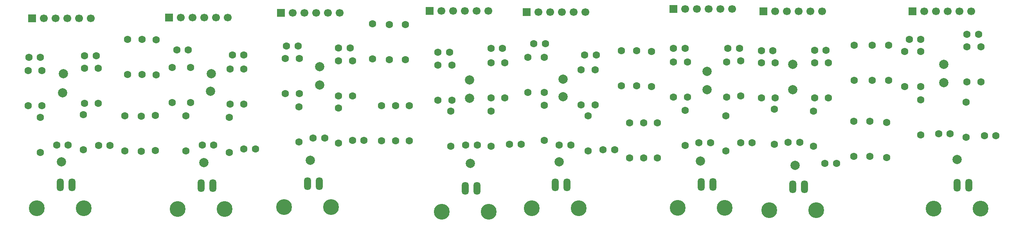
<source format=gbr>
%TF.GenerationSoftware,KiCad,Pcbnew,9.0.3*%
%TF.CreationDate,2025-11-11T16:23:08+05:30*%
%TF.ProjectId,Multi_daq,4d756c74-695f-4646-9171-2e6b69636164,rev?*%
%TF.SameCoordinates,Original*%
%TF.FileFunction,Soldermask,Bot*%
%TF.FilePolarity,Negative*%
%FSLAX46Y46*%
G04 Gerber Fmt 4.6, Leading zero omitted, Abs format (unit mm)*
G04 Created by KiCad (PCBNEW 9.0.3) date 2025-11-11 16:23:08*
%MOMM*%
%LPD*%
G01*
G04 APERTURE LIST*
%ADD10C,1.600000*%
%ADD11C,2.000000*%
%ADD12O,1.511200X2.819200*%
%ADD13C,3.419200*%
%ADD14R,1.700000X1.700000*%
%ADD15C,1.700000*%
G04 APERTURE END LIST*
D10*
%TO.C,C2*%
X238750000Y-74500000D03*
X241250000Y-74500000D03*
%TD*%
%TO.C,R55*%
X217270000Y-71810000D03*
X217270000Y-64190000D03*
%TD*%
%TO.C,R12*%
X245000000Y-65380000D03*
X245000000Y-73000000D03*
%TD*%
%TO.C,R33*%
X100500000Y-71810000D03*
X100500000Y-64190000D03*
%TD*%
D11*
%TO.C,TP20*%
X182110000Y-60000000D03*
%TD*%
D10*
%TO.C,R41*%
X66325000Y-61942800D03*
X66325000Y-54322800D03*
%TD*%
%TO.C,R18*%
X158000000Y-60810000D03*
X158000000Y-53190000D03*
%TD*%
%TO.C,R20*%
X125000000Y-59310000D03*
X125000000Y-51690000D03*
%TD*%
D12*
%TO.C,J6*%
X160920000Y-79920000D03*
X163460000Y-79920000D03*
D13*
X166000000Y-85000000D03*
X155840000Y-85000000D03*
%TD*%
D10*
%TO.C,R30*%
X142825000Y-61977800D03*
X142825000Y-69597800D03*
%TD*%
%TO.C,R2*%
X227770000Y-70310000D03*
X227770000Y-62690000D03*
%TD*%
%TO.C,C6*%
X173000000Y-70357800D03*
X170500000Y-70357800D03*
%TD*%
%TO.C,C32*%
X175750000Y-48500000D03*
X178250000Y-48500000D03*
%TD*%
%TO.C,R11*%
X252075000Y-65607500D03*
X252075000Y-73227500D03*
%TD*%
%TO.C,R67*%
X202500000Y-65690000D03*
X202500000Y-73310000D03*
%TD*%
%TO.C,R36*%
X101500000Y-61310000D03*
X101500000Y-53690000D03*
%TD*%
%TO.C,C18*%
X113000000Y-51000000D03*
X110500000Y-51000000D03*
%TD*%
D11*
%TO.C,TP36*%
X264500000Y-53000000D03*
%TD*%
D10*
%TO.C,C28*%
X183750000Y-70500000D03*
X181250000Y-70500000D03*
%TD*%
%TO.C,R52*%
X272500000Y-56810000D03*
X272500000Y-49190000D03*
%TD*%
%TO.C,C13*%
X122250000Y-49000000D03*
X124750000Y-49000000D03*
%TD*%
D11*
%TO.C,TP4*%
X162000000Y-74500000D03*
%TD*%
%TO.C,TP13*%
X106000000Y-55000000D03*
%TD*%
D10*
%TO.C,R58*%
X178000000Y-69500000D03*
X178000000Y-61880000D03*
%TD*%
%TO.C,R71*%
X199500000Y-65690000D03*
X199500000Y-73310000D03*
%TD*%
%TO.C,C9*%
X130500000Y-68977800D03*
X128000000Y-68977800D03*
%TD*%
D14*
%TO.C,J5*%
X225460000Y-41500000D03*
D15*
X228000000Y-41500000D03*
X230540000Y-41500000D03*
X233080000Y-41500000D03*
X235620000Y-41500000D03*
X238160000Y-41500000D03*
%TD*%
D10*
%TO.C,R53*%
X269500000Y-56810000D03*
X269500000Y-49190000D03*
%TD*%
%TO.C,R62*%
X178000000Y-59120000D03*
X178000000Y-51500000D03*
%TD*%
%TO.C,R59*%
X217500000Y-60120000D03*
X217500000Y-52500000D03*
%TD*%
%TO.C,R13*%
X166500000Y-70810000D03*
X166500000Y-63190000D03*
%TD*%
%TO.C,R16*%
X124905000Y-69810000D03*
X124905000Y-62190000D03*
%TD*%
%TO.C,C17*%
X75000000Y-70500000D03*
X72500000Y-70500000D03*
%TD*%
%TO.C,R68*%
X197990500Y-50021000D03*
X197990500Y-57641000D03*
%TD*%
%TO.C,R51*%
X256000000Y-57810000D03*
X256000000Y-50190000D03*
%TD*%
%TO.C,R4*%
X228000000Y-60310000D03*
X228000000Y-52690000D03*
%TD*%
D11*
%TO.C,TP33*%
X267350000Y-73650000D03*
%TD*%
D10*
%TO.C,R22*%
X169500000Y-60310000D03*
X169500000Y-52690000D03*
%TD*%
%TO.C,R8*%
X245075000Y-48880000D03*
X245075000Y-56500000D03*
%TD*%
D11*
%TO.C,TP19*%
X213270000Y-54500000D03*
%TD*%
D10*
%TO.C,R64*%
X220500000Y-59810000D03*
X220500000Y-52190000D03*
%TD*%
%TO.C,R6*%
X239500000Y-60310000D03*
X239500000Y-52690000D03*
%TD*%
%TO.C,R57*%
X208500000Y-70620000D03*
X208500000Y-63000000D03*
%TD*%
%TO.C,R3*%
X236500000Y-60310000D03*
X236500000Y-52690000D03*
%TD*%
D12*
%TO.C,J7*%
X126825000Y-78897800D03*
X129365000Y-78897800D03*
D13*
X131905000Y-83977800D03*
X121745000Y-83977800D03*
%TD*%
D10*
%TO.C,R72*%
X196500000Y-65690000D03*
X196500000Y-73310000D03*
%TD*%
D12*
%TO.C,J10*%
X103785000Y-79357800D03*
X106325000Y-79357800D03*
D13*
X108865000Y-84437800D03*
X98705000Y-84437800D03*
%TD*%
D11*
%TO.C,TP18*%
X213270000Y-58500000D03*
%TD*%
D14*
%TO.C,J3*%
X257650000Y-41500000D03*
D15*
X260190000Y-41500000D03*
X262730000Y-41500000D03*
X265270000Y-41500000D03*
X267810000Y-41500000D03*
X270350000Y-41500000D03*
%TD*%
D10*
%TO.C,R39*%
X97500000Y-61310000D03*
X97500000Y-53690000D03*
%TD*%
%TO.C,C19*%
X98490000Y-49820000D03*
X100990000Y-49820000D03*
%TD*%
D11*
%TO.C,TP16*%
X211770000Y-74000000D03*
%TD*%
D10*
%TO.C,R40*%
X113000000Y-61620000D03*
X113000000Y-54000000D03*
%TD*%
%TO.C,R17*%
X166500000Y-60310000D03*
X166500000Y-52690000D03*
%TD*%
%TO.C,C23*%
X193250000Y-71500000D03*
X190750000Y-71500000D03*
%TD*%
%TO.C,R15*%
X157825000Y-70810000D03*
X157825000Y-63190000D03*
%TD*%
D12*
%TO.C,J14*%
X211965500Y-79035300D03*
X214505500Y-79035300D03*
D13*
X217045500Y-84115300D03*
X206885500Y-84115300D03*
%TD*%
D11*
%TO.C,TP10*%
X104325000Y-74357800D03*
%TD*%
D10*
%TO.C,R21*%
X155000000Y-60810000D03*
X155000000Y-53190000D03*
%TD*%
%TO.C,R32*%
X78325000Y-71500000D03*
X78325000Y-63880000D03*
%TD*%
%TO.C,R35*%
X110000000Y-61620000D03*
X110000000Y-54000000D03*
%TD*%
%TO.C,C3*%
X233270000Y-69949700D03*
X230770000Y-69949700D03*
%TD*%
%TO.C,C22*%
X223000000Y-70000000D03*
X220500000Y-70000000D03*
%TD*%
%TO.C,R29*%
X145825000Y-61977800D03*
X145825000Y-69597800D03*
%TD*%
%TO.C,C11*%
X155000000Y-50357800D03*
X157500000Y-50357800D03*
%TD*%
%TO.C,C31*%
X189250000Y-51000000D03*
X186750000Y-51000000D03*
%TD*%
D11*
%TO.C,TP1*%
X232270000Y-74949700D03*
%TD*%
%TO.C,TP35*%
X264500000Y-57000000D03*
%TD*%
D10*
%TO.C,R10*%
X248500000Y-65380000D03*
X248500000Y-73000000D03*
%TD*%
%TO.C,R69*%
X194720500Y-50021000D03*
X194720500Y-57641000D03*
%TD*%
%TO.C,R24*%
X136500000Y-59810000D03*
X136500000Y-52190000D03*
%TD*%
%TO.C,C27*%
X257000000Y-47537500D03*
X259500000Y-47537500D03*
%TD*%
D11*
%TO.C,TP12*%
X105825000Y-58857800D03*
%TD*%
%TO.C,TP15*%
X74000000Y-55000000D03*
%TD*%
D10*
%TO.C,C15*%
X81575000Y-70632800D03*
X84075000Y-70632800D03*
%TD*%
%TO.C,R28*%
X148000000Y-44380000D03*
X148000000Y-52000000D03*
%TD*%
%TO.C,R46*%
X94000000Y-47690000D03*
X94000000Y-55310000D03*
%TD*%
%TO.C,R5*%
X225000000Y-60310000D03*
X225000000Y-52690000D03*
%TD*%
%TO.C,C1*%
X273250000Y-68500000D03*
X275750000Y-68500000D03*
%TD*%
%TO.C,R42*%
X78500000Y-61442800D03*
X78500000Y-53822800D03*
%TD*%
%TO.C,R34*%
X69000000Y-72120000D03*
X69000000Y-64500000D03*
%TD*%
%TO.C,C8*%
X163500000Y-70500000D03*
X161000000Y-70500000D03*
%TD*%
%TO.C,R31*%
X109825000Y-72120000D03*
X109825000Y-64500000D03*
%TD*%
%TO.C,C24*%
X214000000Y-70000000D03*
X211500000Y-70000000D03*
%TD*%
D12*
%TO.C,J11*%
X73285000Y-79168100D03*
X75825000Y-79168100D03*
D13*
X78365000Y-84248100D03*
X68205000Y-84248100D03*
%TD*%
D14*
%TO.C,J8*%
X121055000Y-41857800D03*
D15*
X123595000Y-41857800D03*
X126135000Y-41857800D03*
X128675000Y-41857800D03*
X131215000Y-41857800D03*
X133755000Y-41857800D03*
%TD*%
D10*
%TO.C,C20*%
X78575000Y-51132800D03*
X81075000Y-51132800D03*
%TD*%
D11*
%TO.C,TP7*%
X161825000Y-56357800D03*
%TD*%
D10*
%TO.C,R48*%
X87220000Y-64140000D03*
X87220000Y-71760000D03*
%TD*%
%TO.C,R19*%
X133500000Y-59810000D03*
X133500000Y-52190000D03*
%TD*%
D12*
%TO.C,J4*%
X231770000Y-79570000D03*
X234310000Y-79570000D03*
D13*
X236850000Y-84650000D03*
X226690000Y-84650000D03*
%TD*%
D10*
%TO.C,C16*%
X106500000Y-70500000D03*
X104000000Y-70500000D03*
%TD*%
%TO.C,R61*%
X186000000Y-61810000D03*
X186000000Y-54190000D03*
%TD*%
%TO.C,C12*%
X136000000Y-49477800D03*
X133500000Y-49477800D03*
%TD*%
D11*
%TO.C,TP9*%
X129405000Y-53477800D03*
%TD*%
D10*
%TO.C,C29*%
X220250000Y-49500000D03*
X217750000Y-49500000D03*
%TD*%
D11*
%TO.C,TP11*%
X73500000Y-74132800D03*
%TD*%
D10*
%TO.C,R37*%
X81500000Y-61442800D03*
X81500000Y-53822800D03*
%TD*%
D12*
%TO.C,J2*%
X267325000Y-79277800D03*
X269865000Y-79277800D03*
D13*
X272405000Y-84357800D03*
X262245000Y-84357800D03*
%TD*%
D14*
%TO.C,J9*%
X96785000Y-42857800D03*
D15*
X99325000Y-42857800D03*
X101865000Y-42857800D03*
X104405000Y-42857800D03*
X106945000Y-42857800D03*
X109485000Y-42857800D03*
%TD*%
D10*
%TO.C,R44*%
X91000000Y-47547800D03*
X91000000Y-55167800D03*
%TD*%
%TO.C,R54*%
X259500000Y-57810000D03*
X259500000Y-50190000D03*
%TD*%
%TO.C,R49*%
X259500000Y-68310000D03*
X259500000Y-60690000D03*
%TD*%
D14*
%TO.C,J16*%
X174230000Y-41650000D03*
D15*
X176770000Y-41650000D03*
X179310000Y-41650000D03*
X181850000Y-41650000D03*
X184390000Y-41650000D03*
X186930000Y-41650000D03*
%TD*%
D11*
%TO.C,TP21*%
X182090000Y-56180000D03*
%TD*%
D10*
%TO.C,R9*%
X252500000Y-48880000D03*
X252500000Y-56500000D03*
%TD*%
%TO.C,R43*%
X93825000Y-64047800D03*
X93825000Y-71667800D03*
%TD*%
%TO.C,R26*%
X144500000Y-44380000D03*
X144500000Y-52000000D03*
%TD*%
%TO.C,C14*%
X113000000Y-71357800D03*
X115500000Y-71357800D03*
%TD*%
%TO.C,R63*%
X206000000Y-60120000D03*
X206000000Y-52500000D03*
%TD*%
%TO.C,R27*%
X140825000Y-44167800D03*
X140825000Y-51787800D03*
%TD*%
%TO.C,R38*%
X69325000Y-61942800D03*
X69325000Y-54322800D03*
%TD*%
%TO.C,C21*%
X66500000Y-51500000D03*
X69000000Y-51500000D03*
%TD*%
D11*
%TO.C,TP8*%
X129405000Y-57477800D03*
%TD*%
%TO.C,TP14*%
X73825000Y-59132800D03*
%TD*%
D14*
%TO.C,J13*%
X205920000Y-41000000D03*
D15*
X208460000Y-41000000D03*
X211000000Y-41000000D03*
X213540000Y-41000000D03*
X216080000Y-41000000D03*
X218620000Y-41000000D03*
%TD*%
D10*
%TO.C,C7*%
X139000000Y-69500000D03*
X136500000Y-69500000D03*
%TD*%
%TO.C,R7*%
X249000000Y-48880000D03*
X249000000Y-56500000D03*
%TD*%
%TO.C,R1*%
X236270000Y-70810000D03*
X236270000Y-63190000D03*
%TD*%
D11*
%TO.C,TP3*%
X231770000Y-53000000D03*
%TD*%
D10*
%TO.C,R25*%
X148825000Y-61977800D03*
X148825000Y-69597800D03*
%TD*%
%TO.C,R50*%
X269325000Y-68810000D03*
X269325000Y-61190000D03*
%TD*%
%TO.C,C4*%
X239000000Y-49949700D03*
X236500000Y-49949700D03*
%TD*%
%TO.C,R70*%
X201220500Y-50211000D03*
X201220500Y-57831000D03*
%TD*%
D11*
%TO.C,TP6*%
X161825000Y-60357800D03*
%TD*%
D10*
%TO.C,C30*%
X206000000Y-49500000D03*
X208500000Y-49500000D03*
%TD*%
%TO.C,R60*%
X209000000Y-60120000D03*
X209000000Y-52500000D03*
%TD*%
%TO.C,R14*%
X133500000Y-70120000D03*
X133500000Y-62500000D03*
%TD*%
%TO.C,R23*%
X122000000Y-59310000D03*
X122000000Y-51690000D03*
%TD*%
D11*
%TO.C,TP2*%
X231770000Y-58500000D03*
%TD*%
D12*
%TO.C,J15*%
X180352500Y-79185300D03*
X182892500Y-79185300D03*
D13*
X185432500Y-84265300D03*
X175272500Y-84265300D03*
%TD*%
D10*
%TO.C,C5*%
X225000000Y-50000000D03*
X227500000Y-50000000D03*
%TD*%
D11*
%TO.C,TP17*%
X181270000Y-74150000D03*
%TD*%
D14*
%TO.C,J1*%
X153205000Y-41357800D03*
D15*
X155745000Y-41357800D03*
X158285000Y-41357800D03*
X160825000Y-41357800D03*
X163365000Y-41357800D03*
X165905000Y-41357800D03*
%TD*%
D10*
%TO.C,R65*%
X174500000Y-59120000D03*
X174500000Y-51500000D03*
%TD*%
%TO.C,R45*%
X87825000Y-47547800D03*
X87825000Y-55167800D03*
%TD*%
D14*
%TO.C,J12*%
X67150000Y-43000000D03*
D15*
X69690000Y-43000000D03*
X72230000Y-43000000D03*
X74770000Y-43000000D03*
X77310000Y-43000000D03*
X79850000Y-43000000D03*
%TD*%
D10*
%TO.C,C10*%
X169000000Y-49500000D03*
X166500000Y-49500000D03*
%TD*%
D11*
%TO.C,TP5*%
X127405000Y-73857800D03*
%TD*%
D10*
%TO.C,C26*%
X272000000Y-46500000D03*
X269500000Y-46500000D03*
%TD*%
%TO.C,C25*%
X265825000Y-68037500D03*
X263325000Y-68037500D03*
%TD*%
%TO.C,R47*%
X90825000Y-64237800D03*
X90825000Y-71857800D03*
%TD*%
%TO.C,R56*%
X187500000Y-71810000D03*
X187500000Y-64190000D03*
%TD*%
%TO.C,R66*%
X189000000Y-61810000D03*
X189000000Y-54190000D03*
%TD*%
M02*

</source>
